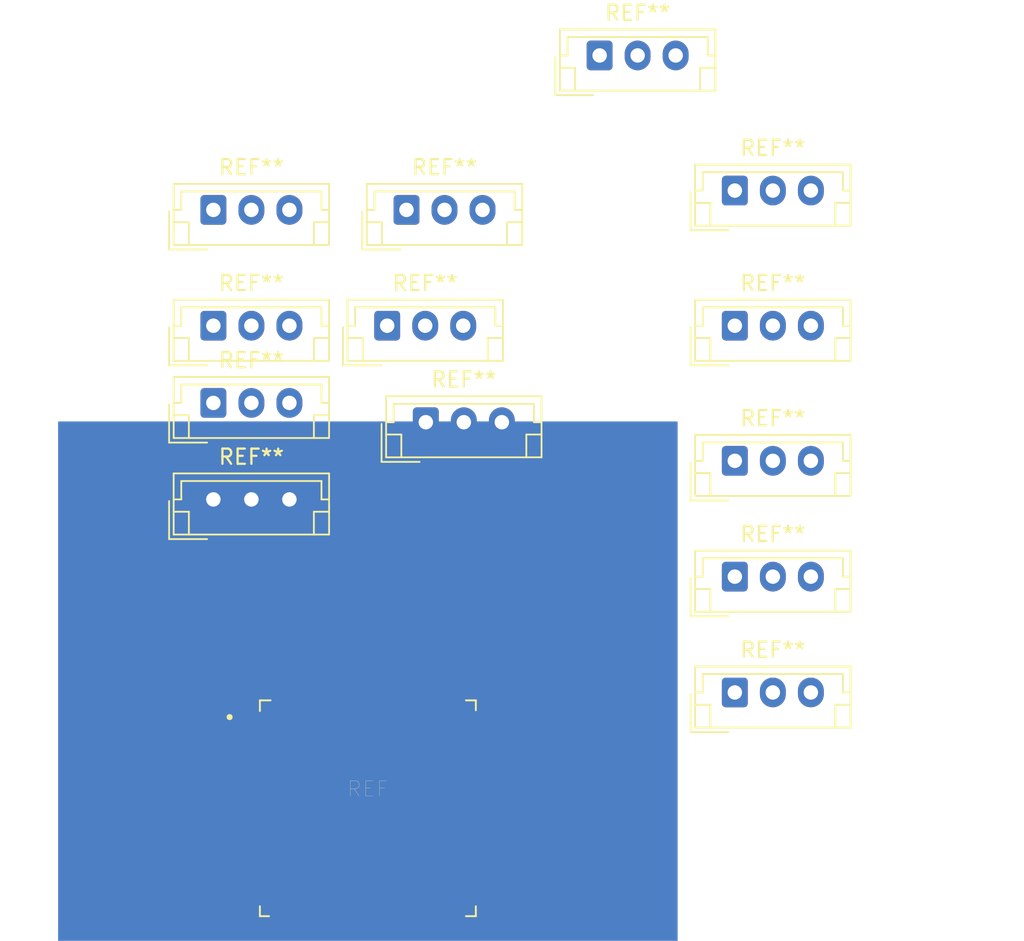
<source format=kicad_pcb>
(kicad_pcb (version 20171130) (host pcbnew "(5.1.5-0)")

  (general
    (thickness 1.6)
    (drawings 1)
    (tracks 0)
    (zones 0)
    (modules 14)
    (nets 1)
  )

  (page A4)
  (layers
    (0 F.Cu signal)
    (31 B.Cu signal hide)
    (32 B.Adhes user)
    (33 F.Adhes user)
    (34 B.Paste user)
    (35 F.Paste user)
    (36 B.SilkS user)
    (37 F.SilkS user)
    (38 B.Mask user)
    (39 F.Mask user)
    (40 Dwgs.User user)
    (41 Cmts.User user)
    (42 Eco1.User user)
    (43 Eco2.User user)
    (44 Edge.Cuts user)
    (45 Margin user)
    (46 B.CrtYd user)
    (47 F.CrtYd user)
    (48 B.Fab user)
    (49 F.Fab user)
  )

  (setup
    (last_trace_width 0.25)
    (trace_clearance 0.2)
    (zone_clearance 0.508)
    (zone_45_only no)
    (trace_min 0.2)
    (via_size 0.8)
    (via_drill 0.4)
    (via_min_size 0.4)
    (via_min_drill 0.3)
    (uvia_size 0.3)
    (uvia_drill 0.1)
    (uvias_allowed no)
    (uvia_min_size 0.2)
    (uvia_min_drill 0.1)
    (edge_width 0.05)
    (segment_width 0.2)
    (pcb_text_width 0.3)
    (pcb_text_size 1.5 1.5)
    (mod_edge_width 0.12)
    (mod_text_size 1 1)
    (mod_text_width 0.15)
    (pad_size 1.524 1.524)
    (pad_drill 0.762)
    (pad_to_mask_clearance 0.051)
    (solder_mask_min_width 0.25)
    (aux_axis_origin 0 0)
    (visible_elements FFFFFF7F)
    (pcbplotparams
      (layerselection 0x010fc_ffffffff)
      (usegerberextensions false)
      (usegerberattributes false)
      (usegerberadvancedattributes false)
      (creategerberjobfile false)
      (excludeedgelayer true)
      (linewidth 0.100000)
      (plotframeref false)
      (viasonmask false)
      (mode 1)
      (useauxorigin false)
      (hpglpennumber 1)
      (hpglpenspeed 20)
      (hpglpendiameter 15.000000)
      (psnegative false)
      (psa4output false)
      (plotreference true)
      (plotvalue true)
      (plotinvisibletext false)
      (padsonsilk false)
      (subtractmaskfromsilk false)
      (outputformat 1)
      (mirror false)
      (drillshape 1)
      (scaleselection 1)
      (outputdirectory ""))
  )

  (net 0 "")

  (net_class Default "This is the default net class."
    (clearance 0.2)
    (trace_width 0.25)
    (via_dia 0.8)
    (via_drill 0.4)
    (uvia_dia 0.3)
    (uvia_drill 0.1)
  )

  (module Connector_JST:JST_EH_B3B-EH-A_1x03_P2.50mm_Vertical (layer F.Cu) (tedit 5C28142C) (tstamp 5E3B1F81)
    (at 176.53 48.26)
    (descr "JST EH series connector, B3B-EH-A (http://www.jst-mfg.com/product/pdf/eng/eEH.pdf), generated with kicad-footprint-generator")
    (tags "connector JST EH vertical")
    (fp_text reference REF** (at 2.5 -2.8) (layer F.SilkS)
      (effects (font (size 1 1) (thickness 0.15)))
    )
    (fp_text value JST_EH_B3B-EH-A_1x03_P2.50mm_Vertical (at 2.5 3.4) (layer F.Fab)
      (effects (font (size 1 1) (thickness 0.15)))
    )
    (fp_text user %R (at 2.5 1.5) (layer F.Fab)
      (effects (font (size 1 1) (thickness 0.15)))
    )
    (fp_line (start -2.91 2.61) (end -0.41 2.61) (layer F.Fab) (width 0.1))
    (fp_line (start -2.91 0.11) (end -2.91 2.61) (layer F.Fab) (width 0.1))
    (fp_line (start -2.91 2.61) (end -0.41 2.61) (layer F.SilkS) (width 0.12))
    (fp_line (start -2.91 0.11) (end -2.91 2.61) (layer F.SilkS) (width 0.12))
    (fp_line (start 6.61 0.81) (end 6.61 2.31) (layer F.SilkS) (width 0.12))
    (fp_line (start 7.61 0.81) (end 6.61 0.81) (layer F.SilkS) (width 0.12))
    (fp_line (start -1.61 0.81) (end -1.61 2.31) (layer F.SilkS) (width 0.12))
    (fp_line (start -2.61 0.81) (end -1.61 0.81) (layer F.SilkS) (width 0.12))
    (fp_line (start 7.11 0) (end 7.61 0) (layer F.SilkS) (width 0.12))
    (fp_line (start 7.11 -1.21) (end 7.11 0) (layer F.SilkS) (width 0.12))
    (fp_line (start -2.11 -1.21) (end 7.11 -1.21) (layer F.SilkS) (width 0.12))
    (fp_line (start -2.11 0) (end -2.11 -1.21) (layer F.SilkS) (width 0.12))
    (fp_line (start -2.61 0) (end -2.11 0) (layer F.SilkS) (width 0.12))
    (fp_line (start 7.61 -1.71) (end -2.61 -1.71) (layer F.SilkS) (width 0.12))
    (fp_line (start 7.61 2.31) (end 7.61 -1.71) (layer F.SilkS) (width 0.12))
    (fp_line (start -2.61 2.31) (end 7.61 2.31) (layer F.SilkS) (width 0.12))
    (fp_line (start -2.61 -1.71) (end -2.61 2.31) (layer F.SilkS) (width 0.12))
    (fp_line (start 8 -2.1) (end -3 -2.1) (layer F.CrtYd) (width 0.05))
    (fp_line (start 8 2.7) (end 8 -2.1) (layer F.CrtYd) (width 0.05))
    (fp_line (start -3 2.7) (end 8 2.7) (layer F.CrtYd) (width 0.05))
    (fp_line (start -3 -2.1) (end -3 2.7) (layer F.CrtYd) (width 0.05))
    (fp_line (start 7.5 -1.6) (end -2.5 -1.6) (layer F.Fab) (width 0.1))
    (fp_line (start 7.5 2.2) (end 7.5 -1.6) (layer F.Fab) (width 0.1))
    (fp_line (start -2.5 2.2) (end 7.5 2.2) (layer F.Fab) (width 0.1))
    (fp_line (start -2.5 -1.6) (end -2.5 2.2) (layer F.Fab) (width 0.1))
    (pad 3 thru_hole oval (at 5 0) (size 1.7 1.95) (drill 0.95) (layers *.Cu *.Mask))
    (pad 2 thru_hole oval (at 2.5 0) (size 1.7 1.95) (drill 0.95) (layers *.Cu *.Mask))
    (pad 1 thru_hole roundrect (at 0 0) (size 1.7 1.95) (drill 0.95) (layers *.Cu *.Mask) (roundrect_rratio 0.147059))
    (model ${KISYS3DMOD}/Connector_JST.3dshapes/JST_EH_B3B-EH-A_1x03_P2.50mm_Vertical.wrl
      (at (xyz 0 0 0))
      (scale (xyz 1 1 1))
      (rotate (xyz 0 0 0))
    )
  )

  (module Connector_JST:JST_EH_B3B-EH-A_1x03_P2.50mm_Vertical (layer F.Cu) (tedit 5C28142C) (tstamp 5E3B1EE0)
    (at 176.53 57.15)
    (descr "JST EH series connector, B3B-EH-A (http://www.jst-mfg.com/product/pdf/eng/eEH.pdf), generated with kicad-footprint-generator")
    (tags "connector JST EH vertical")
    (fp_text reference REF** (at 2.5 -2.8) (layer F.SilkS)
      (effects (font (size 1 1) (thickness 0.15)))
    )
    (fp_text value JST_EH_B3B-EH-A_1x03_P2.50mm_Vertical (at 2.5 3.4) (layer F.Fab)
      (effects (font (size 1 1) (thickness 0.15)))
    )
    (fp_text user %R (at 2.5 1.5) (layer F.Fab)
      (effects (font (size 1 1) (thickness 0.15)))
    )
    (fp_line (start -2.91 2.61) (end -0.41 2.61) (layer F.Fab) (width 0.1))
    (fp_line (start -2.91 0.11) (end -2.91 2.61) (layer F.Fab) (width 0.1))
    (fp_line (start -2.91 2.61) (end -0.41 2.61) (layer F.SilkS) (width 0.12))
    (fp_line (start -2.91 0.11) (end -2.91 2.61) (layer F.SilkS) (width 0.12))
    (fp_line (start 6.61 0.81) (end 6.61 2.31) (layer F.SilkS) (width 0.12))
    (fp_line (start 7.61 0.81) (end 6.61 0.81) (layer F.SilkS) (width 0.12))
    (fp_line (start -1.61 0.81) (end -1.61 2.31) (layer F.SilkS) (width 0.12))
    (fp_line (start -2.61 0.81) (end -1.61 0.81) (layer F.SilkS) (width 0.12))
    (fp_line (start 7.11 0) (end 7.61 0) (layer F.SilkS) (width 0.12))
    (fp_line (start 7.11 -1.21) (end 7.11 0) (layer F.SilkS) (width 0.12))
    (fp_line (start -2.11 -1.21) (end 7.11 -1.21) (layer F.SilkS) (width 0.12))
    (fp_line (start -2.11 0) (end -2.11 -1.21) (layer F.SilkS) (width 0.12))
    (fp_line (start -2.61 0) (end -2.11 0) (layer F.SilkS) (width 0.12))
    (fp_line (start 7.61 -1.71) (end -2.61 -1.71) (layer F.SilkS) (width 0.12))
    (fp_line (start 7.61 2.31) (end 7.61 -1.71) (layer F.SilkS) (width 0.12))
    (fp_line (start -2.61 2.31) (end 7.61 2.31) (layer F.SilkS) (width 0.12))
    (fp_line (start -2.61 -1.71) (end -2.61 2.31) (layer F.SilkS) (width 0.12))
    (fp_line (start 8 -2.1) (end -3 -2.1) (layer F.CrtYd) (width 0.05))
    (fp_line (start 8 2.7) (end 8 -2.1) (layer F.CrtYd) (width 0.05))
    (fp_line (start -3 2.7) (end 8 2.7) (layer F.CrtYd) (width 0.05))
    (fp_line (start -3 -2.1) (end -3 2.7) (layer F.CrtYd) (width 0.05))
    (fp_line (start 7.5 -1.6) (end -2.5 -1.6) (layer F.Fab) (width 0.1))
    (fp_line (start 7.5 2.2) (end 7.5 -1.6) (layer F.Fab) (width 0.1))
    (fp_line (start -2.5 2.2) (end 7.5 2.2) (layer F.Fab) (width 0.1))
    (fp_line (start -2.5 -1.6) (end -2.5 2.2) (layer F.Fab) (width 0.1))
    (pad 3 thru_hole oval (at 5 0) (size 1.7 1.95) (drill 0.95) (layers *.Cu *.Mask))
    (pad 2 thru_hole oval (at 2.5 0) (size 1.7 1.95) (drill 0.95) (layers *.Cu *.Mask))
    (pad 1 thru_hole roundrect (at 0 0) (size 1.7 1.95) (drill 0.95) (layers *.Cu *.Mask) (roundrect_rratio 0.147059))
    (model ${KISYS3DMOD}/Connector_JST.3dshapes/JST_EH_B3B-EH-A_1x03_P2.50mm_Vertical.wrl
      (at (xyz 0 0 0))
      (scale (xyz 1 1 1))
      (rotate (xyz 0 0 0))
    )
  )

  (module Connector_JST:JST_EH_B3B-EH-A_1x03_P2.50mm_Vertical (layer F.Cu) (tedit 5C28142C) (tstamp 5E3B1E3F)
    (at 176.53 66.04)
    (descr "JST EH series connector, B3B-EH-A (http://www.jst-mfg.com/product/pdf/eng/eEH.pdf), generated with kicad-footprint-generator")
    (tags "connector JST EH vertical")
    (fp_text reference REF** (at 2.5 -2.8) (layer F.SilkS)
      (effects (font (size 1 1) (thickness 0.15)))
    )
    (fp_text value JST_EH_B3B-EH-A_1x03_P2.50mm_Vertical (at 2.5 3.4) (layer F.Fab)
      (effects (font (size 1 1) (thickness 0.15)))
    )
    (fp_text user %R (at 2.5 1.5) (layer F.Fab)
      (effects (font (size 1 1) (thickness 0.15)))
    )
    (fp_line (start -2.91 2.61) (end -0.41 2.61) (layer F.Fab) (width 0.1))
    (fp_line (start -2.91 0.11) (end -2.91 2.61) (layer F.Fab) (width 0.1))
    (fp_line (start -2.91 2.61) (end -0.41 2.61) (layer F.SilkS) (width 0.12))
    (fp_line (start -2.91 0.11) (end -2.91 2.61) (layer F.SilkS) (width 0.12))
    (fp_line (start 6.61 0.81) (end 6.61 2.31) (layer F.SilkS) (width 0.12))
    (fp_line (start 7.61 0.81) (end 6.61 0.81) (layer F.SilkS) (width 0.12))
    (fp_line (start -1.61 0.81) (end -1.61 2.31) (layer F.SilkS) (width 0.12))
    (fp_line (start -2.61 0.81) (end -1.61 0.81) (layer F.SilkS) (width 0.12))
    (fp_line (start 7.11 0) (end 7.61 0) (layer F.SilkS) (width 0.12))
    (fp_line (start 7.11 -1.21) (end 7.11 0) (layer F.SilkS) (width 0.12))
    (fp_line (start -2.11 -1.21) (end 7.11 -1.21) (layer F.SilkS) (width 0.12))
    (fp_line (start -2.11 0) (end -2.11 -1.21) (layer F.SilkS) (width 0.12))
    (fp_line (start -2.61 0) (end -2.11 0) (layer F.SilkS) (width 0.12))
    (fp_line (start 7.61 -1.71) (end -2.61 -1.71) (layer F.SilkS) (width 0.12))
    (fp_line (start 7.61 2.31) (end 7.61 -1.71) (layer F.SilkS) (width 0.12))
    (fp_line (start -2.61 2.31) (end 7.61 2.31) (layer F.SilkS) (width 0.12))
    (fp_line (start -2.61 -1.71) (end -2.61 2.31) (layer F.SilkS) (width 0.12))
    (fp_line (start 8 -2.1) (end -3 -2.1) (layer F.CrtYd) (width 0.05))
    (fp_line (start 8 2.7) (end 8 -2.1) (layer F.CrtYd) (width 0.05))
    (fp_line (start -3 2.7) (end 8 2.7) (layer F.CrtYd) (width 0.05))
    (fp_line (start -3 -2.1) (end -3 2.7) (layer F.CrtYd) (width 0.05))
    (fp_line (start 7.5 -1.6) (end -2.5 -1.6) (layer F.Fab) (width 0.1))
    (fp_line (start 7.5 2.2) (end 7.5 -1.6) (layer F.Fab) (width 0.1))
    (fp_line (start -2.5 2.2) (end 7.5 2.2) (layer F.Fab) (width 0.1))
    (fp_line (start -2.5 -1.6) (end -2.5 2.2) (layer F.Fab) (width 0.1))
    (pad 3 thru_hole oval (at 5 0) (size 1.7 1.95) (drill 0.95) (layers *.Cu *.Mask))
    (pad 2 thru_hole oval (at 2.5 0) (size 1.7 1.95) (drill 0.95) (layers *.Cu *.Mask))
    (pad 1 thru_hole roundrect (at 0 0) (size 1.7 1.95) (drill 0.95) (layers *.Cu *.Mask) (roundrect_rratio 0.147059))
    (model ${KISYS3DMOD}/Connector_JST.3dshapes/JST_EH_B3B-EH-A_1x03_P2.50mm_Vertical.wrl
      (at (xyz 0 0 0))
      (scale (xyz 1 1 1))
      (rotate (xyz 0 0 0))
    )
  )

  (module Connector_JST:JST_EH_B3B-EH-A_1x03_P2.50mm_Vertical (layer F.Cu) (tedit 5C28142C) (tstamp 5E3B1D9E)
    (at 176.53 81.28)
    (descr "JST EH series connector, B3B-EH-A (http://www.jst-mfg.com/product/pdf/eng/eEH.pdf), generated with kicad-footprint-generator")
    (tags "connector JST EH vertical")
    (fp_text reference REF** (at 2.5 -2.8) (layer F.SilkS)
      (effects (font (size 1 1) (thickness 0.15)))
    )
    (fp_text value JST_EH_B3B-EH-A_1x03_P2.50mm_Vertical (at 2.5 3.4) (layer F.Fab)
      (effects (font (size 1 1) (thickness 0.15)))
    )
    (fp_text user %R (at 2.5 1.5) (layer F.Fab)
      (effects (font (size 1 1) (thickness 0.15)))
    )
    (fp_line (start -2.91 2.61) (end -0.41 2.61) (layer F.Fab) (width 0.1))
    (fp_line (start -2.91 0.11) (end -2.91 2.61) (layer F.Fab) (width 0.1))
    (fp_line (start -2.91 2.61) (end -0.41 2.61) (layer F.SilkS) (width 0.12))
    (fp_line (start -2.91 0.11) (end -2.91 2.61) (layer F.SilkS) (width 0.12))
    (fp_line (start 6.61 0.81) (end 6.61 2.31) (layer F.SilkS) (width 0.12))
    (fp_line (start 7.61 0.81) (end 6.61 0.81) (layer F.SilkS) (width 0.12))
    (fp_line (start -1.61 0.81) (end -1.61 2.31) (layer F.SilkS) (width 0.12))
    (fp_line (start -2.61 0.81) (end -1.61 0.81) (layer F.SilkS) (width 0.12))
    (fp_line (start 7.11 0) (end 7.61 0) (layer F.SilkS) (width 0.12))
    (fp_line (start 7.11 -1.21) (end 7.11 0) (layer F.SilkS) (width 0.12))
    (fp_line (start -2.11 -1.21) (end 7.11 -1.21) (layer F.SilkS) (width 0.12))
    (fp_line (start -2.11 0) (end -2.11 -1.21) (layer F.SilkS) (width 0.12))
    (fp_line (start -2.61 0) (end -2.11 0) (layer F.SilkS) (width 0.12))
    (fp_line (start 7.61 -1.71) (end -2.61 -1.71) (layer F.SilkS) (width 0.12))
    (fp_line (start 7.61 2.31) (end 7.61 -1.71) (layer F.SilkS) (width 0.12))
    (fp_line (start -2.61 2.31) (end 7.61 2.31) (layer F.SilkS) (width 0.12))
    (fp_line (start -2.61 -1.71) (end -2.61 2.31) (layer F.SilkS) (width 0.12))
    (fp_line (start 8 -2.1) (end -3 -2.1) (layer F.CrtYd) (width 0.05))
    (fp_line (start 8 2.7) (end 8 -2.1) (layer F.CrtYd) (width 0.05))
    (fp_line (start -3 2.7) (end 8 2.7) (layer F.CrtYd) (width 0.05))
    (fp_line (start -3 -2.1) (end -3 2.7) (layer F.CrtYd) (width 0.05))
    (fp_line (start 7.5 -1.6) (end -2.5 -1.6) (layer F.Fab) (width 0.1))
    (fp_line (start 7.5 2.2) (end 7.5 -1.6) (layer F.Fab) (width 0.1))
    (fp_line (start -2.5 2.2) (end 7.5 2.2) (layer F.Fab) (width 0.1))
    (fp_line (start -2.5 -1.6) (end -2.5 2.2) (layer F.Fab) (width 0.1))
    (pad 3 thru_hole oval (at 5 0) (size 1.7 1.95) (drill 0.95) (layers *.Cu *.Mask))
    (pad 2 thru_hole oval (at 2.5 0) (size 1.7 1.95) (drill 0.95) (layers *.Cu *.Mask))
    (pad 1 thru_hole roundrect (at 0 0) (size 1.7 1.95) (drill 0.95) (layers *.Cu *.Mask) (roundrect_rratio 0.147059))
    (model ${KISYS3DMOD}/Connector_JST.3dshapes/JST_EH_B3B-EH-A_1x03_P2.50mm_Vertical.wrl
      (at (xyz 0 0 0))
      (scale (xyz 1 1 1))
      (rotate (xyz 0 0 0))
    )
  )

  (module Connector_JST:JST_EH_B3B-EH-A_1x03_P2.50mm_Vertical (layer F.Cu) (tedit 5C28142C) (tstamp 5E3B1CFD)
    (at 176.53 73.66)
    (descr "JST EH series connector, B3B-EH-A (http://www.jst-mfg.com/product/pdf/eng/eEH.pdf), generated with kicad-footprint-generator")
    (tags "connector JST EH vertical")
    (fp_text reference REF** (at 2.5 -2.8) (layer F.SilkS)
      (effects (font (size 1 1) (thickness 0.15)))
    )
    (fp_text value JST_EH_B3B-EH-A_1x03_P2.50mm_Vertical (at 2.5 3.4) (layer F.Fab)
      (effects (font (size 1 1) (thickness 0.15)))
    )
    (fp_text user %R (at 2.5 1.5) (layer F.Fab)
      (effects (font (size 1 1) (thickness 0.15)))
    )
    (fp_line (start -2.91 2.61) (end -0.41 2.61) (layer F.Fab) (width 0.1))
    (fp_line (start -2.91 0.11) (end -2.91 2.61) (layer F.Fab) (width 0.1))
    (fp_line (start -2.91 2.61) (end -0.41 2.61) (layer F.SilkS) (width 0.12))
    (fp_line (start -2.91 0.11) (end -2.91 2.61) (layer F.SilkS) (width 0.12))
    (fp_line (start 6.61 0.81) (end 6.61 2.31) (layer F.SilkS) (width 0.12))
    (fp_line (start 7.61 0.81) (end 6.61 0.81) (layer F.SilkS) (width 0.12))
    (fp_line (start -1.61 0.81) (end -1.61 2.31) (layer F.SilkS) (width 0.12))
    (fp_line (start -2.61 0.81) (end -1.61 0.81) (layer F.SilkS) (width 0.12))
    (fp_line (start 7.11 0) (end 7.61 0) (layer F.SilkS) (width 0.12))
    (fp_line (start 7.11 -1.21) (end 7.11 0) (layer F.SilkS) (width 0.12))
    (fp_line (start -2.11 -1.21) (end 7.11 -1.21) (layer F.SilkS) (width 0.12))
    (fp_line (start -2.11 0) (end -2.11 -1.21) (layer F.SilkS) (width 0.12))
    (fp_line (start -2.61 0) (end -2.11 0) (layer F.SilkS) (width 0.12))
    (fp_line (start 7.61 -1.71) (end -2.61 -1.71) (layer F.SilkS) (width 0.12))
    (fp_line (start 7.61 2.31) (end 7.61 -1.71) (layer F.SilkS) (width 0.12))
    (fp_line (start -2.61 2.31) (end 7.61 2.31) (layer F.SilkS) (width 0.12))
    (fp_line (start -2.61 -1.71) (end -2.61 2.31) (layer F.SilkS) (width 0.12))
    (fp_line (start 8 -2.1) (end -3 -2.1) (layer F.CrtYd) (width 0.05))
    (fp_line (start 8 2.7) (end 8 -2.1) (layer F.CrtYd) (width 0.05))
    (fp_line (start -3 2.7) (end 8 2.7) (layer F.CrtYd) (width 0.05))
    (fp_line (start -3 -2.1) (end -3 2.7) (layer F.CrtYd) (width 0.05))
    (fp_line (start 7.5 -1.6) (end -2.5 -1.6) (layer F.Fab) (width 0.1))
    (fp_line (start 7.5 2.2) (end 7.5 -1.6) (layer F.Fab) (width 0.1))
    (fp_line (start -2.5 2.2) (end 7.5 2.2) (layer F.Fab) (width 0.1))
    (fp_line (start -2.5 -1.6) (end -2.5 2.2) (layer F.Fab) (width 0.1))
    (pad 3 thru_hole oval (at 5 0) (size 1.7 1.95) (drill 0.95) (layers *.Cu *.Mask))
    (pad 2 thru_hole oval (at 2.5 0) (size 1.7 1.95) (drill 0.95) (layers *.Cu *.Mask))
    (pad 1 thru_hole roundrect (at 0 0) (size 1.7 1.95) (drill 0.95) (layers *.Cu *.Mask) (roundrect_rratio 0.147059))
    (model ${KISYS3DMOD}/Connector_JST.3dshapes/JST_EH_B3B-EH-A_1x03_P2.50mm_Vertical.wrl
      (at (xyz 0 0 0))
      (scale (xyz 1 1 1))
      (rotate (xyz 0 0 0))
    )
  )

  (module Connector_JST:JST_EH_B3B-EH-A_1x03_P2.50mm_Vertical (layer F.Cu) (tedit 5C28142C) (tstamp 5E3B1C5D)
    (at 167.64 39.37)
    (descr "JST EH series connector, B3B-EH-A (http://www.jst-mfg.com/product/pdf/eng/eEH.pdf), generated with kicad-footprint-generator")
    (tags "connector JST EH vertical")
    (fp_text reference REF** (at 2.5 -2.8) (layer F.SilkS)
      (effects (font (size 1 1) (thickness 0.15)))
    )
    (fp_text value JST_EH_B3B-EH-A_1x03_P2.50mm_Vertical (at 2.5 3.4) (layer F.Fab)
      (effects (font (size 1 1) (thickness 0.15)))
    )
    (fp_text user %R (at 2.5 1.5) (layer F.Fab)
      (effects (font (size 1 1) (thickness 0.15)))
    )
    (fp_line (start -2.91 2.61) (end -0.41 2.61) (layer F.Fab) (width 0.1))
    (fp_line (start -2.91 0.11) (end -2.91 2.61) (layer F.Fab) (width 0.1))
    (fp_line (start -2.91 2.61) (end -0.41 2.61) (layer F.SilkS) (width 0.12))
    (fp_line (start -2.91 0.11) (end -2.91 2.61) (layer F.SilkS) (width 0.12))
    (fp_line (start 6.61 0.81) (end 6.61 2.31) (layer F.SilkS) (width 0.12))
    (fp_line (start 7.61 0.81) (end 6.61 0.81) (layer F.SilkS) (width 0.12))
    (fp_line (start -1.61 0.81) (end -1.61 2.31) (layer F.SilkS) (width 0.12))
    (fp_line (start -2.61 0.81) (end -1.61 0.81) (layer F.SilkS) (width 0.12))
    (fp_line (start 7.11 0) (end 7.61 0) (layer F.SilkS) (width 0.12))
    (fp_line (start 7.11 -1.21) (end 7.11 0) (layer F.SilkS) (width 0.12))
    (fp_line (start -2.11 -1.21) (end 7.11 -1.21) (layer F.SilkS) (width 0.12))
    (fp_line (start -2.11 0) (end -2.11 -1.21) (layer F.SilkS) (width 0.12))
    (fp_line (start -2.61 0) (end -2.11 0) (layer F.SilkS) (width 0.12))
    (fp_line (start 7.61 -1.71) (end -2.61 -1.71) (layer F.SilkS) (width 0.12))
    (fp_line (start 7.61 2.31) (end 7.61 -1.71) (layer F.SilkS) (width 0.12))
    (fp_line (start -2.61 2.31) (end 7.61 2.31) (layer F.SilkS) (width 0.12))
    (fp_line (start -2.61 -1.71) (end -2.61 2.31) (layer F.SilkS) (width 0.12))
    (fp_line (start 8 -2.1) (end -3 -2.1) (layer F.CrtYd) (width 0.05))
    (fp_line (start 8 2.7) (end 8 -2.1) (layer F.CrtYd) (width 0.05))
    (fp_line (start -3 2.7) (end 8 2.7) (layer F.CrtYd) (width 0.05))
    (fp_line (start -3 -2.1) (end -3 2.7) (layer F.CrtYd) (width 0.05))
    (fp_line (start 7.5 -1.6) (end -2.5 -1.6) (layer F.Fab) (width 0.1))
    (fp_line (start 7.5 2.2) (end 7.5 -1.6) (layer F.Fab) (width 0.1))
    (fp_line (start -2.5 2.2) (end 7.5 2.2) (layer F.Fab) (width 0.1))
    (fp_line (start -2.5 -1.6) (end -2.5 2.2) (layer F.Fab) (width 0.1))
    (pad 3 thru_hole oval (at 5 0) (size 1.7 1.95) (drill 0.95) (layers *.Cu *.Mask))
    (pad 2 thru_hole oval (at 2.5 0) (size 1.7 1.95) (drill 0.95) (layers *.Cu *.Mask))
    (pad 1 thru_hole roundrect (at 0 0) (size 1.7 1.95) (drill 0.95) (layers *.Cu *.Mask) (roundrect_rratio 0.147059))
    (model ${KISYS3DMOD}/Connector_JST.3dshapes/JST_EH_B3B-EH-A_1x03_P2.50mm_Vertical.wrl
      (at (xyz 0 0 0))
      (scale (xyz 1 1 1))
      (rotate (xyz 0 0 0))
    )
  )

  (module Connector_JST:JST_EH_B3B-EH-A_1x03_P2.50mm_Vertical (layer F.Cu) (tedit 5C28142C) (tstamp 5E3B1BBC)
    (at 156.21 63.5)
    (descr "JST EH series connector, B3B-EH-A (http://www.jst-mfg.com/product/pdf/eng/eEH.pdf), generated with kicad-footprint-generator")
    (tags "connector JST EH vertical")
    (fp_text reference REF** (at 2.5 -2.8) (layer F.SilkS)
      (effects (font (size 1 1) (thickness 0.15)))
    )
    (fp_text value JST_EH_B3B-EH-A_1x03_P2.50mm_Vertical (at 2.5 3.4) (layer F.Fab)
      (effects (font (size 1 1) (thickness 0.15)))
    )
    (fp_text user %R (at 2.5 1.5) (layer F.Fab)
      (effects (font (size 1 1) (thickness 0.15)))
    )
    (fp_line (start -2.91 2.61) (end -0.41 2.61) (layer F.Fab) (width 0.1))
    (fp_line (start -2.91 0.11) (end -2.91 2.61) (layer F.Fab) (width 0.1))
    (fp_line (start -2.91 2.61) (end -0.41 2.61) (layer F.SilkS) (width 0.12))
    (fp_line (start -2.91 0.11) (end -2.91 2.61) (layer F.SilkS) (width 0.12))
    (fp_line (start 6.61 0.81) (end 6.61 2.31) (layer F.SilkS) (width 0.12))
    (fp_line (start 7.61 0.81) (end 6.61 0.81) (layer F.SilkS) (width 0.12))
    (fp_line (start -1.61 0.81) (end -1.61 2.31) (layer F.SilkS) (width 0.12))
    (fp_line (start -2.61 0.81) (end -1.61 0.81) (layer F.SilkS) (width 0.12))
    (fp_line (start 7.11 0) (end 7.61 0) (layer F.SilkS) (width 0.12))
    (fp_line (start 7.11 -1.21) (end 7.11 0) (layer F.SilkS) (width 0.12))
    (fp_line (start -2.11 -1.21) (end 7.11 -1.21) (layer F.SilkS) (width 0.12))
    (fp_line (start -2.11 0) (end -2.11 -1.21) (layer F.SilkS) (width 0.12))
    (fp_line (start -2.61 0) (end -2.11 0) (layer F.SilkS) (width 0.12))
    (fp_line (start 7.61 -1.71) (end -2.61 -1.71) (layer F.SilkS) (width 0.12))
    (fp_line (start 7.61 2.31) (end 7.61 -1.71) (layer F.SilkS) (width 0.12))
    (fp_line (start -2.61 2.31) (end 7.61 2.31) (layer F.SilkS) (width 0.12))
    (fp_line (start -2.61 -1.71) (end -2.61 2.31) (layer F.SilkS) (width 0.12))
    (fp_line (start 8 -2.1) (end -3 -2.1) (layer F.CrtYd) (width 0.05))
    (fp_line (start 8 2.7) (end 8 -2.1) (layer F.CrtYd) (width 0.05))
    (fp_line (start -3 2.7) (end 8 2.7) (layer F.CrtYd) (width 0.05))
    (fp_line (start -3 -2.1) (end -3 2.7) (layer F.CrtYd) (width 0.05))
    (fp_line (start 7.5 -1.6) (end -2.5 -1.6) (layer F.Fab) (width 0.1))
    (fp_line (start 7.5 2.2) (end 7.5 -1.6) (layer F.Fab) (width 0.1))
    (fp_line (start -2.5 2.2) (end 7.5 2.2) (layer F.Fab) (width 0.1))
    (fp_line (start -2.5 -1.6) (end -2.5 2.2) (layer F.Fab) (width 0.1))
    (pad 3 thru_hole oval (at 5 0) (size 1.7 1.95) (drill 0.95) (layers *.Cu *.Mask))
    (pad 2 thru_hole oval (at 2.5 0) (size 1.7 1.95) (drill 0.95) (layers *.Cu *.Mask))
    (pad 1 thru_hole roundrect (at 0 0) (size 1.7 1.95) (drill 0.95) (layers *.Cu *.Mask) (roundrect_rratio 0.147059))
    (model ${KISYS3DMOD}/Connector_JST.3dshapes/JST_EH_B3B-EH-A_1x03_P2.50mm_Vertical.wrl
      (at (xyz 0 0 0))
      (scale (xyz 1 1 1))
      (rotate (xyz 0 0 0))
    )
  )

  (module Connector_JST:JST_EH_B3B-EH-A_1x03_P2.50mm_Vertical (layer F.Cu) (tedit 5C28142C) (tstamp 5E3B1B1B)
    (at 154.94 49.53)
    (descr "JST EH series connector, B3B-EH-A (http://www.jst-mfg.com/product/pdf/eng/eEH.pdf), generated with kicad-footprint-generator")
    (tags "connector JST EH vertical")
    (fp_text reference REF** (at 2.5 -2.8) (layer F.SilkS)
      (effects (font (size 1 1) (thickness 0.15)))
    )
    (fp_text value JST_EH_B3B-EH-A_1x03_P2.50mm_Vertical (at 2.5 3.4) (layer F.Fab)
      (effects (font (size 1 1) (thickness 0.15)))
    )
    (fp_text user %R (at 2.5 1.5) (layer F.Fab)
      (effects (font (size 1 1) (thickness 0.15)))
    )
    (fp_line (start -2.91 2.61) (end -0.41 2.61) (layer F.Fab) (width 0.1))
    (fp_line (start -2.91 0.11) (end -2.91 2.61) (layer F.Fab) (width 0.1))
    (fp_line (start -2.91 2.61) (end -0.41 2.61) (layer F.SilkS) (width 0.12))
    (fp_line (start -2.91 0.11) (end -2.91 2.61) (layer F.SilkS) (width 0.12))
    (fp_line (start 6.61 0.81) (end 6.61 2.31) (layer F.SilkS) (width 0.12))
    (fp_line (start 7.61 0.81) (end 6.61 0.81) (layer F.SilkS) (width 0.12))
    (fp_line (start -1.61 0.81) (end -1.61 2.31) (layer F.SilkS) (width 0.12))
    (fp_line (start -2.61 0.81) (end -1.61 0.81) (layer F.SilkS) (width 0.12))
    (fp_line (start 7.11 0) (end 7.61 0) (layer F.SilkS) (width 0.12))
    (fp_line (start 7.11 -1.21) (end 7.11 0) (layer F.SilkS) (width 0.12))
    (fp_line (start -2.11 -1.21) (end 7.11 -1.21) (layer F.SilkS) (width 0.12))
    (fp_line (start -2.11 0) (end -2.11 -1.21) (layer F.SilkS) (width 0.12))
    (fp_line (start -2.61 0) (end -2.11 0) (layer F.SilkS) (width 0.12))
    (fp_line (start 7.61 -1.71) (end -2.61 -1.71) (layer F.SilkS) (width 0.12))
    (fp_line (start 7.61 2.31) (end 7.61 -1.71) (layer F.SilkS) (width 0.12))
    (fp_line (start -2.61 2.31) (end 7.61 2.31) (layer F.SilkS) (width 0.12))
    (fp_line (start -2.61 -1.71) (end -2.61 2.31) (layer F.SilkS) (width 0.12))
    (fp_line (start 8 -2.1) (end -3 -2.1) (layer F.CrtYd) (width 0.05))
    (fp_line (start 8 2.7) (end 8 -2.1) (layer F.CrtYd) (width 0.05))
    (fp_line (start -3 2.7) (end 8 2.7) (layer F.CrtYd) (width 0.05))
    (fp_line (start -3 -2.1) (end -3 2.7) (layer F.CrtYd) (width 0.05))
    (fp_line (start 7.5 -1.6) (end -2.5 -1.6) (layer F.Fab) (width 0.1))
    (fp_line (start 7.5 2.2) (end 7.5 -1.6) (layer F.Fab) (width 0.1))
    (fp_line (start -2.5 2.2) (end 7.5 2.2) (layer F.Fab) (width 0.1))
    (fp_line (start -2.5 -1.6) (end -2.5 2.2) (layer F.Fab) (width 0.1))
    (pad 3 thru_hole oval (at 5 0) (size 1.7 1.95) (drill 0.95) (layers *.Cu *.Mask))
    (pad 2 thru_hole oval (at 2.5 0) (size 1.7 1.95) (drill 0.95) (layers *.Cu *.Mask))
    (pad 1 thru_hole roundrect (at 0 0) (size 1.7 1.95) (drill 0.95) (layers *.Cu *.Mask) (roundrect_rratio 0.147059))
    (model ${KISYS3DMOD}/Connector_JST.3dshapes/JST_EH_B3B-EH-A_1x03_P2.50mm_Vertical.wrl
      (at (xyz 0 0 0))
      (scale (xyz 1 1 1))
      (rotate (xyz 0 0 0))
    )
  )

  (module Connector_JST:JST_EH_B3B-EH-A_1x03_P2.50mm_Vertical (layer F.Cu) (tedit 5C28142C) (tstamp 5E3B1A7A)
    (at 142.24 49.53)
    (descr "JST EH series connector, B3B-EH-A (http://www.jst-mfg.com/product/pdf/eng/eEH.pdf), generated with kicad-footprint-generator")
    (tags "connector JST EH vertical")
    (fp_text reference REF** (at 2.5 -2.8) (layer F.SilkS)
      (effects (font (size 1 1) (thickness 0.15)))
    )
    (fp_text value JST_EH_B3B-EH-A_1x03_P2.50mm_Vertical (at 2.5 3.4) (layer F.Fab)
      (effects (font (size 1 1) (thickness 0.15)))
    )
    (fp_text user %R (at 2.5 1.5) (layer F.Fab)
      (effects (font (size 1 1) (thickness 0.15)))
    )
    (fp_line (start -2.91 2.61) (end -0.41 2.61) (layer F.Fab) (width 0.1))
    (fp_line (start -2.91 0.11) (end -2.91 2.61) (layer F.Fab) (width 0.1))
    (fp_line (start -2.91 2.61) (end -0.41 2.61) (layer F.SilkS) (width 0.12))
    (fp_line (start -2.91 0.11) (end -2.91 2.61) (layer F.SilkS) (width 0.12))
    (fp_line (start 6.61 0.81) (end 6.61 2.31) (layer F.SilkS) (width 0.12))
    (fp_line (start 7.61 0.81) (end 6.61 0.81) (layer F.SilkS) (width 0.12))
    (fp_line (start -1.61 0.81) (end -1.61 2.31) (layer F.SilkS) (width 0.12))
    (fp_line (start -2.61 0.81) (end -1.61 0.81) (layer F.SilkS) (width 0.12))
    (fp_line (start 7.11 0) (end 7.61 0) (layer F.SilkS) (width 0.12))
    (fp_line (start 7.11 -1.21) (end 7.11 0) (layer F.SilkS) (width 0.12))
    (fp_line (start -2.11 -1.21) (end 7.11 -1.21) (layer F.SilkS) (width 0.12))
    (fp_line (start -2.11 0) (end -2.11 -1.21) (layer F.SilkS) (width 0.12))
    (fp_line (start -2.61 0) (end -2.11 0) (layer F.SilkS) (width 0.12))
    (fp_line (start 7.61 -1.71) (end -2.61 -1.71) (layer F.SilkS) (width 0.12))
    (fp_line (start 7.61 2.31) (end 7.61 -1.71) (layer F.SilkS) (width 0.12))
    (fp_line (start -2.61 2.31) (end 7.61 2.31) (layer F.SilkS) (width 0.12))
    (fp_line (start -2.61 -1.71) (end -2.61 2.31) (layer F.SilkS) (width 0.12))
    (fp_line (start 8 -2.1) (end -3 -2.1) (layer F.CrtYd) (width 0.05))
    (fp_line (start 8 2.7) (end 8 -2.1) (layer F.CrtYd) (width 0.05))
    (fp_line (start -3 2.7) (end 8 2.7) (layer F.CrtYd) (width 0.05))
    (fp_line (start -3 -2.1) (end -3 2.7) (layer F.CrtYd) (width 0.05))
    (fp_line (start 7.5 -1.6) (end -2.5 -1.6) (layer F.Fab) (width 0.1))
    (fp_line (start 7.5 2.2) (end 7.5 -1.6) (layer F.Fab) (width 0.1))
    (fp_line (start -2.5 2.2) (end 7.5 2.2) (layer F.Fab) (width 0.1))
    (fp_line (start -2.5 -1.6) (end -2.5 2.2) (layer F.Fab) (width 0.1))
    (pad 3 thru_hole oval (at 5 0) (size 1.7 1.95) (drill 0.95) (layers *.Cu *.Mask))
    (pad 2 thru_hole oval (at 2.5 0) (size 1.7 1.95) (drill 0.95) (layers *.Cu *.Mask))
    (pad 1 thru_hole roundrect (at 0 0) (size 1.7 1.95) (drill 0.95) (layers *.Cu *.Mask) (roundrect_rratio 0.147059))
    (model ${KISYS3DMOD}/Connector_JST.3dshapes/JST_EH_B3B-EH-A_1x03_P2.50mm_Vertical.wrl
      (at (xyz 0 0 0))
      (scale (xyz 1 1 1))
      (rotate (xyz 0 0 0))
    )
  )

  (module Connector_JST:JST_EH_B3B-EH-A_1x03_P2.50mm_Vertical (layer F.Cu) (tedit 5C28142C) (tstamp 5E3B19D9)
    (at 142.24 68.58)
    (descr "JST EH series connector, B3B-EH-A (http://www.jst-mfg.com/product/pdf/eng/eEH.pdf), generated with kicad-footprint-generator")
    (tags "connector JST EH vertical")
    (fp_text reference REF** (at 2.5 -2.8) (layer F.SilkS)
      (effects (font (size 1 1) (thickness 0.15)))
    )
    (fp_text value JST_EH_B3B-EH-A_1x03_P2.50mm_Vertical (at 2.5 3.4) (layer F.Fab)
      (effects (font (size 1 1) (thickness 0.15)))
    )
    (fp_text user %R (at 2.5 1.5) (layer F.Fab)
      (effects (font (size 1 1) (thickness 0.15)))
    )
    (fp_line (start -2.91 2.61) (end -0.41 2.61) (layer F.Fab) (width 0.1))
    (fp_line (start -2.91 0.11) (end -2.91 2.61) (layer F.Fab) (width 0.1))
    (fp_line (start -2.91 2.61) (end -0.41 2.61) (layer F.SilkS) (width 0.12))
    (fp_line (start -2.91 0.11) (end -2.91 2.61) (layer F.SilkS) (width 0.12))
    (fp_line (start 6.61 0.81) (end 6.61 2.31) (layer F.SilkS) (width 0.12))
    (fp_line (start 7.61 0.81) (end 6.61 0.81) (layer F.SilkS) (width 0.12))
    (fp_line (start -1.61 0.81) (end -1.61 2.31) (layer F.SilkS) (width 0.12))
    (fp_line (start -2.61 0.81) (end -1.61 0.81) (layer F.SilkS) (width 0.12))
    (fp_line (start 7.11 0) (end 7.61 0) (layer F.SilkS) (width 0.12))
    (fp_line (start 7.11 -1.21) (end 7.11 0) (layer F.SilkS) (width 0.12))
    (fp_line (start -2.11 -1.21) (end 7.11 -1.21) (layer F.SilkS) (width 0.12))
    (fp_line (start -2.11 0) (end -2.11 -1.21) (layer F.SilkS) (width 0.12))
    (fp_line (start -2.61 0) (end -2.11 0) (layer F.SilkS) (width 0.12))
    (fp_line (start 7.61 -1.71) (end -2.61 -1.71) (layer F.SilkS) (width 0.12))
    (fp_line (start 7.61 2.31) (end 7.61 -1.71) (layer F.SilkS) (width 0.12))
    (fp_line (start -2.61 2.31) (end 7.61 2.31) (layer F.SilkS) (width 0.12))
    (fp_line (start -2.61 -1.71) (end -2.61 2.31) (layer F.SilkS) (width 0.12))
    (fp_line (start 8 -2.1) (end -3 -2.1) (layer F.CrtYd) (width 0.05))
    (fp_line (start 8 2.7) (end 8 -2.1) (layer F.CrtYd) (width 0.05))
    (fp_line (start -3 2.7) (end 8 2.7) (layer F.CrtYd) (width 0.05))
    (fp_line (start -3 -2.1) (end -3 2.7) (layer F.CrtYd) (width 0.05))
    (fp_line (start 7.5 -1.6) (end -2.5 -1.6) (layer F.Fab) (width 0.1))
    (fp_line (start 7.5 2.2) (end 7.5 -1.6) (layer F.Fab) (width 0.1))
    (fp_line (start -2.5 2.2) (end 7.5 2.2) (layer F.Fab) (width 0.1))
    (fp_line (start -2.5 -1.6) (end -2.5 2.2) (layer F.Fab) (width 0.1))
    (pad 3 thru_hole oval (at 5 0) (size 1.7 1.95) (drill 0.95) (layers *.Cu *.Mask))
    (pad 2 thru_hole oval (at 2.5 0) (size 1.7 1.95) (drill 0.95) (layers *.Cu *.Mask))
    (pad 1 thru_hole roundrect (at 0 0) (size 1.7 1.95) (drill 0.95) (layers *.Cu *.Mask) (roundrect_rratio 0.147059))
    (model ${KISYS3DMOD}/Connector_JST.3dshapes/JST_EH_B3B-EH-A_1x03_P2.50mm_Vertical.wrl
      (at (xyz 0 0 0))
      (scale (xyz 1 1 1))
      (rotate (xyz 0 0 0))
    )
  )

  (module Connector_JST:JST_EH_B3B-EH-A_1x03_P2.50mm_Vertical (layer F.Cu) (tedit 5C28142C) (tstamp 5E3B1938)
    (at 153.67 57.15)
    (descr "JST EH series connector, B3B-EH-A (http://www.jst-mfg.com/product/pdf/eng/eEH.pdf), generated with kicad-footprint-generator")
    (tags "connector JST EH vertical")
    (fp_text reference REF** (at 2.5 -2.8) (layer F.SilkS)
      (effects (font (size 1 1) (thickness 0.15)))
    )
    (fp_text value JST_EH_B3B-EH-A_1x03_P2.50mm_Vertical (at 2.5 3.4) (layer F.Fab)
      (effects (font (size 1 1) (thickness 0.15)))
    )
    (fp_text user %R (at 2.5 1.5) (layer F.Fab)
      (effects (font (size 1 1) (thickness 0.15)))
    )
    (fp_line (start -2.91 2.61) (end -0.41 2.61) (layer F.Fab) (width 0.1))
    (fp_line (start -2.91 0.11) (end -2.91 2.61) (layer F.Fab) (width 0.1))
    (fp_line (start -2.91 2.61) (end -0.41 2.61) (layer F.SilkS) (width 0.12))
    (fp_line (start -2.91 0.11) (end -2.91 2.61) (layer F.SilkS) (width 0.12))
    (fp_line (start 6.61 0.81) (end 6.61 2.31) (layer F.SilkS) (width 0.12))
    (fp_line (start 7.61 0.81) (end 6.61 0.81) (layer F.SilkS) (width 0.12))
    (fp_line (start -1.61 0.81) (end -1.61 2.31) (layer F.SilkS) (width 0.12))
    (fp_line (start -2.61 0.81) (end -1.61 0.81) (layer F.SilkS) (width 0.12))
    (fp_line (start 7.11 0) (end 7.61 0) (layer F.SilkS) (width 0.12))
    (fp_line (start 7.11 -1.21) (end 7.11 0) (layer F.SilkS) (width 0.12))
    (fp_line (start -2.11 -1.21) (end 7.11 -1.21) (layer F.SilkS) (width 0.12))
    (fp_line (start -2.11 0) (end -2.11 -1.21) (layer F.SilkS) (width 0.12))
    (fp_line (start -2.61 0) (end -2.11 0) (layer F.SilkS) (width 0.12))
    (fp_line (start 7.61 -1.71) (end -2.61 -1.71) (layer F.SilkS) (width 0.12))
    (fp_line (start 7.61 2.31) (end 7.61 -1.71) (layer F.SilkS) (width 0.12))
    (fp_line (start -2.61 2.31) (end 7.61 2.31) (layer F.SilkS) (width 0.12))
    (fp_line (start -2.61 -1.71) (end -2.61 2.31) (layer F.SilkS) (width 0.12))
    (fp_line (start 8 -2.1) (end -3 -2.1) (layer F.CrtYd) (width 0.05))
    (fp_line (start 8 2.7) (end 8 -2.1) (layer F.CrtYd) (width 0.05))
    (fp_line (start -3 2.7) (end 8 2.7) (layer F.CrtYd) (width 0.05))
    (fp_line (start -3 -2.1) (end -3 2.7) (layer F.CrtYd) (width 0.05))
    (fp_line (start 7.5 -1.6) (end -2.5 -1.6) (layer F.Fab) (width 0.1))
    (fp_line (start 7.5 2.2) (end 7.5 -1.6) (layer F.Fab) (width 0.1))
    (fp_line (start -2.5 2.2) (end 7.5 2.2) (layer F.Fab) (width 0.1))
    (fp_line (start -2.5 -1.6) (end -2.5 2.2) (layer F.Fab) (width 0.1))
    (pad 3 thru_hole oval (at 5 0) (size 1.7 1.95) (drill 0.95) (layers *.Cu *.Mask))
    (pad 2 thru_hole oval (at 2.5 0) (size 1.7 1.95) (drill 0.95) (layers *.Cu *.Mask))
    (pad 1 thru_hole roundrect (at 0 0) (size 1.7 1.95) (drill 0.95) (layers *.Cu *.Mask) (roundrect_rratio 0.147059))
    (model ${KISYS3DMOD}/Connector_JST.3dshapes/JST_EH_B3B-EH-A_1x03_P2.50mm_Vertical.wrl
      (at (xyz 0 0 0))
      (scale (xyz 1 1 1))
      (rotate (xyz 0 0 0))
    )
  )

  (module Connector_JST:JST_EH_B3B-EH-A_1x03_P2.50mm_Vertical (layer F.Cu) (tedit 5C28142C) (tstamp 5E3B1897)
    (at 142.24 62.23)
    (descr "JST EH series connector, B3B-EH-A (http://www.jst-mfg.com/product/pdf/eng/eEH.pdf), generated with kicad-footprint-generator")
    (tags "connector JST EH vertical")
    (fp_text reference REF** (at 2.5 -2.8) (layer F.SilkS)
      (effects (font (size 1 1) (thickness 0.15)))
    )
    (fp_text value JST_EH_B3B-EH-A_1x03_P2.50mm_Vertical (at 2.5 3.4) (layer F.Fab)
      (effects (font (size 1 1) (thickness 0.15)))
    )
    (fp_text user %R (at 2.5 1.5) (layer F.Fab)
      (effects (font (size 1 1) (thickness 0.15)))
    )
    (fp_line (start -2.91 2.61) (end -0.41 2.61) (layer F.Fab) (width 0.1))
    (fp_line (start -2.91 0.11) (end -2.91 2.61) (layer F.Fab) (width 0.1))
    (fp_line (start -2.91 2.61) (end -0.41 2.61) (layer F.SilkS) (width 0.12))
    (fp_line (start -2.91 0.11) (end -2.91 2.61) (layer F.SilkS) (width 0.12))
    (fp_line (start 6.61 0.81) (end 6.61 2.31) (layer F.SilkS) (width 0.12))
    (fp_line (start 7.61 0.81) (end 6.61 0.81) (layer F.SilkS) (width 0.12))
    (fp_line (start -1.61 0.81) (end -1.61 2.31) (layer F.SilkS) (width 0.12))
    (fp_line (start -2.61 0.81) (end -1.61 0.81) (layer F.SilkS) (width 0.12))
    (fp_line (start 7.11 0) (end 7.61 0) (layer F.SilkS) (width 0.12))
    (fp_line (start 7.11 -1.21) (end 7.11 0) (layer F.SilkS) (width 0.12))
    (fp_line (start -2.11 -1.21) (end 7.11 -1.21) (layer F.SilkS) (width 0.12))
    (fp_line (start -2.11 0) (end -2.11 -1.21) (layer F.SilkS) (width 0.12))
    (fp_line (start -2.61 0) (end -2.11 0) (layer F.SilkS) (width 0.12))
    (fp_line (start 7.61 -1.71) (end -2.61 -1.71) (layer F.SilkS) (width 0.12))
    (fp_line (start 7.61 2.31) (end 7.61 -1.71) (layer F.SilkS) (width 0.12))
    (fp_line (start -2.61 2.31) (end 7.61 2.31) (layer F.SilkS) (width 0.12))
    (fp_line (start -2.61 -1.71) (end -2.61 2.31) (layer F.SilkS) (width 0.12))
    (fp_line (start 8 -2.1) (end -3 -2.1) (layer F.CrtYd) (width 0.05))
    (fp_line (start 8 2.7) (end 8 -2.1) (layer F.CrtYd) (width 0.05))
    (fp_line (start -3 2.7) (end 8 2.7) (layer F.CrtYd) (width 0.05))
    (fp_line (start -3 -2.1) (end -3 2.7) (layer F.CrtYd) (width 0.05))
    (fp_line (start 7.5 -1.6) (end -2.5 -1.6) (layer F.Fab) (width 0.1))
    (fp_line (start 7.5 2.2) (end 7.5 -1.6) (layer F.Fab) (width 0.1))
    (fp_line (start -2.5 2.2) (end 7.5 2.2) (layer F.Fab) (width 0.1))
    (fp_line (start -2.5 -1.6) (end -2.5 2.2) (layer F.Fab) (width 0.1))
    (pad 3 thru_hole oval (at 5 0) (size 1.7 1.95) (drill 0.95) (layers *.Cu *.Mask))
    (pad 2 thru_hole oval (at 2.5 0) (size 1.7 1.95) (drill 0.95) (layers *.Cu *.Mask))
    (pad 1 thru_hole roundrect (at 0 0) (size 1.7 1.95) (drill 0.95) (layers *.Cu *.Mask) (roundrect_rratio 0.147059))
    (model ${KISYS3DMOD}/Connector_JST.3dshapes/JST_EH_B3B-EH-A_1x03_P2.50mm_Vertical.wrl
      (at (xyz 0 0 0))
      (scale (xyz 1 1 1))
      (rotate (xyz 0 0 0))
    )
  )

  (module Connector_JST:JST_EH_B3B-EH-A_1x03_P2.50mm_Vertical (layer F.Cu) (tedit 5C28142C) (tstamp 5E3B1592)
    (at 142.24 57.15)
    (descr "JST EH series connector, B3B-EH-A (http://www.jst-mfg.com/product/pdf/eng/eEH.pdf), generated with kicad-footprint-generator")
    (tags "connector JST EH vertical")
    (fp_text reference REF** (at 2.5 -2.8) (layer F.SilkS)
      (effects (font (size 1 1) (thickness 0.15)))
    )
    (fp_text value JST_EH_B3B-EH-A_1x03_P2.50mm_Vertical (at 2.5 3.4) (layer F.Fab)
      (effects (font (size 1 1) (thickness 0.15)))
    )
    (fp_text user %R (at 2.5 1.5) (layer F.Fab)
      (effects (font (size 1 1) (thickness 0.15)))
    )
    (fp_line (start -2.91 2.61) (end -0.41 2.61) (layer F.Fab) (width 0.1))
    (fp_line (start -2.91 0.11) (end -2.91 2.61) (layer F.Fab) (width 0.1))
    (fp_line (start -2.91 2.61) (end -0.41 2.61) (layer F.SilkS) (width 0.12))
    (fp_line (start -2.91 0.11) (end -2.91 2.61) (layer F.SilkS) (width 0.12))
    (fp_line (start 6.61 0.81) (end 6.61 2.31) (layer F.SilkS) (width 0.12))
    (fp_line (start 7.61 0.81) (end 6.61 0.81) (layer F.SilkS) (width 0.12))
    (fp_line (start -1.61 0.81) (end -1.61 2.31) (layer F.SilkS) (width 0.12))
    (fp_line (start -2.61 0.81) (end -1.61 0.81) (layer F.SilkS) (width 0.12))
    (fp_line (start 7.11 0) (end 7.61 0) (layer F.SilkS) (width 0.12))
    (fp_line (start 7.11 -1.21) (end 7.11 0) (layer F.SilkS) (width 0.12))
    (fp_line (start -2.11 -1.21) (end 7.11 -1.21) (layer F.SilkS) (width 0.12))
    (fp_line (start -2.11 0) (end -2.11 -1.21) (layer F.SilkS) (width 0.12))
    (fp_line (start -2.61 0) (end -2.11 0) (layer F.SilkS) (width 0.12))
    (fp_line (start 7.61 -1.71) (end -2.61 -1.71) (layer F.SilkS) (width 0.12))
    (fp_line (start 7.61 2.31) (end 7.61 -1.71) (layer F.SilkS) (width 0.12))
    (fp_line (start -2.61 2.31) (end 7.61 2.31) (layer F.SilkS) (width 0.12))
    (fp_line (start -2.61 -1.71) (end -2.61 2.31) (layer F.SilkS) (width 0.12))
    (fp_line (start 8 -2.1) (end -3 -2.1) (layer F.CrtYd) (width 0.05))
    (fp_line (start 8 2.7) (end 8 -2.1) (layer F.CrtYd) (width 0.05))
    (fp_line (start -3 2.7) (end 8 2.7) (layer F.CrtYd) (width 0.05))
    (fp_line (start -3 -2.1) (end -3 2.7) (layer F.CrtYd) (width 0.05))
    (fp_line (start 7.5 -1.6) (end -2.5 -1.6) (layer F.Fab) (width 0.1))
    (fp_line (start 7.5 2.2) (end 7.5 -1.6) (layer F.Fab) (width 0.1))
    (fp_line (start -2.5 2.2) (end 7.5 2.2) (layer F.Fab) (width 0.1))
    (fp_line (start -2.5 -1.6) (end -2.5 2.2) (layer F.Fab) (width 0.1))
    (pad 3 thru_hole oval (at 5 0) (size 1.7 1.95) (drill 0.95) (layers *.Cu *.Mask))
    (pad 2 thru_hole oval (at 2.5 0) (size 1.7 1.95) (drill 0.95) (layers *.Cu *.Mask))
    (pad 1 thru_hole roundrect (at 0 0) (size 1.7 1.95) (drill 0.95) (layers *.Cu *.Mask) (roundrect_rratio 0.147059))
    (model ${KISYS3DMOD}/Connector_JST.3dshapes/JST_EH_B3B-EH-A_1x03_P2.50mm_Vertical.wrl
      (at (xyz 0 0 0))
      (scale (xyz 1 1 1))
      (rotate (xyz 0 0 0))
    )
  )

  (module Kicad:STM32F103VG_LQFP100 (layer F.Cu) (tedit 5E3864BB) (tstamp 5E394883)
    (at 152.4 88.9)
    (fp_text reference REF (at 0 -1.27) (layer F.SilkS)
      (effects (font (size 1.002614 1.002614) (thickness 0.015)))
    )
    (fp_text value STM32F103VG (at 0 1.27) (layer F.Fab)
      (effects (font (size 1.002969 1.002969) (thickness 0.015)))
    )
    (fp_circle (center -6.423 -6.381) (end -6.323 -6.381) (layer F.Fab) (width 0.2))
    (fp_line (start 8.71 6.39) (end 8.71 -6.39) (layer F.CrtYd) (width 0.05))
    (fp_line (start 7.35 6.39) (end 8.71 6.39) (layer F.CrtYd) (width 0.05))
    (fp_line (start 7.35 7.35) (end 7.35 6.39) (layer F.CrtYd) (width 0.05))
    (fp_line (start 6.39 7.35) (end 7.35 7.35) (layer F.CrtYd) (width 0.05))
    (fp_line (start 6.39 8.71) (end 6.39 7.35) (layer F.CrtYd) (width 0.05))
    (fp_line (start -6.39 8.71) (end 6.39 8.71) (layer F.CrtYd) (width 0.05))
    (fp_line (start -6.39 7.35) (end -6.39 8.71) (layer F.CrtYd) (width 0.05))
    (fp_line (start -7.35 7.35) (end -6.39 7.35) (layer F.CrtYd) (width 0.05))
    (fp_line (start -7.35 6.39) (end -7.35 7.35) (layer F.CrtYd) (width 0.05))
    (fp_line (start -8.71 6.39) (end -7.35 6.39) (layer F.CrtYd) (width 0.05))
    (fp_line (start -8.71 -6.39) (end -8.71 6.39) (layer F.CrtYd) (width 0.05))
    (fp_line (start -7.35 -6.39) (end -8.71 -6.39) (layer F.CrtYd) (width 0.05))
    (fp_line (start -7.35 -7.35) (end -7.35 -6.39) (layer F.CrtYd) (width 0.05))
    (fp_line (start -6.39 -7.35) (end -7.35 -7.35) (layer F.CrtYd) (width 0.05))
    (fp_line (start -6.39 -8.71) (end -6.39 -7.35) (layer F.CrtYd) (width 0.05))
    (fp_line (start 6.39 -8.71) (end -6.39 -8.71) (layer F.CrtYd) (width 0.05))
    (fp_line (start 6.39 -7.35) (end 6.39 -8.71) (layer F.CrtYd) (width 0.05))
    (fp_line (start 7.35 -7.35) (end 6.39 -7.35) (layer F.CrtYd) (width 0.05))
    (fp_line (start 7.35 -6.39) (end 7.35 -7.35) (layer F.CrtYd) (width 0.05))
    (fp_line (start 8.71 -6.39) (end 7.35 -6.39) (layer F.CrtYd) (width 0.05))
    (fp_line (start 7.1 -7.1) (end 7.1 -6.45) (layer F.SilkS) (width 0.127))
    (fp_line (start 6.45 -7.1) (end 7.1 -7.1) (layer F.SilkS) (width 0.127))
    (fp_line (start 7.1 7.1) (end 7.1 6.45) (layer F.SilkS) (width 0.127))
    (fp_line (start 6.45 7.1) (end 7.1 7.1) (layer F.SilkS) (width 0.127))
    (fp_line (start -7.1 7.1) (end -6.5 7.1) (layer F.SilkS) (width 0.127))
    (fp_line (start -7.1 6.45) (end -7.1 7.1) (layer F.SilkS) (width 0.127))
    (fp_line (start -7.1 -7.1) (end -6.4 -7.1) (layer F.SilkS) (width 0.127))
    (fp_line (start -7.1 -6.4) (end -7.1 -7.1) (layer F.SilkS) (width 0.127))
    (fp_line (start -7.1 7.1) (end -7.1 -7.1) (layer F.Fab) (width 0.127))
    (fp_line (start 7.1 7.1) (end -7.1 7.1) (layer F.Fab) (width 0.127))
    (fp_line (start 7.1 -7.1) (end 7.1 7.1) (layer F.Fab) (width 0.127))
    (fp_line (start -7.1 -7.1) (end 7.1 -7.1) (layer F.Fab) (width 0.127))
    (fp_circle (center -9.09 -6) (end -8.99 -6) (layer F.SilkS) (width 0.2))
    (pad VDD_2 smd rect (at 7.68 -6) (size 1.56 0.28) (layers F.Cu F.Paste F.Mask))
    (pad VSS_2 smd rect (at 7.68 -5.5) (size 1.56 0.28) (layers F.Cu F.Paste F.Mask))
    (pad NC smd rect (at 7.68 -5) (size 1.56 0.28) (layers F.Cu F.Paste F.Mask))
    (pad PA13 smd rect (at 7.68 -4.5) (size 1.56 0.28) (layers F.Cu F.Paste F.Mask))
    (pad PA12 smd rect (at 7.68 -4) (size 1.56 0.28) (layers F.Cu F.Paste F.Mask))
    (pad PA11 smd rect (at 7.68 -3.5) (size 1.56 0.28) (layers F.Cu F.Paste F.Mask))
    (pad PA10 smd rect (at 7.68 -3) (size 1.56 0.28) (layers F.Cu F.Paste F.Mask))
    (pad PA9 smd rect (at 7.68 -2.5) (size 1.56 0.28) (layers F.Cu F.Paste F.Mask))
    (pad PA8 smd rect (at 7.68 -2) (size 1.56 0.28) (layers F.Cu F.Paste F.Mask))
    (pad PC9 smd rect (at 7.68 -1.5) (size 1.56 0.28) (layers F.Cu F.Paste F.Mask))
    (pad PC8 smd rect (at 7.68 -1) (size 1.56 0.28) (layers F.Cu F.Paste F.Mask))
    (pad PC7 smd rect (at 7.68 -0.5) (size 1.56 0.28) (layers F.Cu F.Paste F.Mask))
    (pad PC6 smd rect (at 7.68 0) (size 1.56 0.28) (layers F.Cu F.Paste F.Mask))
    (pad PD15 smd rect (at 7.68 0.5) (size 1.56 0.28) (layers F.Cu F.Paste F.Mask))
    (pad PD14 smd rect (at 7.68 1) (size 1.56 0.28) (layers F.Cu F.Paste F.Mask))
    (pad PD13 smd rect (at 7.68 1.5) (size 1.56 0.28) (layers F.Cu F.Paste F.Mask))
    (pad PD12 smd rect (at 7.68 2) (size 1.56 0.28) (layers F.Cu F.Paste F.Mask))
    (pad PD11 smd rect (at 7.68 2.5) (size 1.56 0.28) (layers F.Cu F.Paste F.Mask))
    (pad PD10 smd rect (at 7.68 3) (size 1.56 0.28) (layers F.Cu F.Paste F.Mask))
    (pad PD9 smd rect (at 7.68 3.5) (size 1.56 0.28) (layers F.Cu F.Paste F.Mask))
    (pad PD8 smd rect (at 7.68 4) (size 1.56 0.28) (layers F.Cu F.Paste F.Mask))
    (pad PB15 smd rect (at 7.68 4.5) (size 1.56 0.28) (layers F.Cu F.Paste F.Mask))
    (pad PB14 smd rect (at 7.68 5) (size 1.56 0.28) (layers F.Cu F.Paste F.Mask))
    (pad PB13 smd rect (at 7.68 5.5) (size 1.56 0.28) (layers F.Cu F.Paste F.Mask))
    (pad PB12 smd rect (at 7.68 6) (size 1.56 0.28) (layers F.Cu F.Paste F.Mask))
    (pad PA2 smd rect (at -7.68 6) (size 1.56 0.28) (layers F.Cu F.Paste F.Mask))
    (pad PA1 smd rect (at -7.68 5.5) (size 1.56 0.28) (layers F.Cu F.Paste F.Mask))
    (pad PA0-WKUP smd rect (at -7.68 5) (size 1.56 0.28) (layers F.Cu F.Paste F.Mask))
    (pad VDDA smd rect (at -7.68 4.5) (size 1.56 0.28) (layers F.Cu F.Paste F.Mask))
    (pad VREF+ smd rect (at -7.68 4) (size 1.56 0.28) (layers F.Cu F.Paste F.Mask))
    (pad VREF- smd rect (at -7.68 3.5) (size 1.56 0.28) (layers F.Cu F.Paste F.Mask))
    (pad VSSA smd rect (at -7.68 3) (size 1.56 0.28) (layers F.Cu F.Paste F.Mask))
    (pad PC3 smd rect (at -7.68 2.5) (size 1.56 0.28) (layers F.Cu F.Paste F.Mask))
    (pad PC2 smd rect (at -7.68 2) (size 1.56 0.28) (layers F.Cu F.Paste F.Mask))
    (pad PC1 smd rect (at -7.68 1.5) (size 1.56 0.28) (layers F.Cu F.Paste F.Mask))
    (pad PCO smd rect (at -7.68 1) (size 1.56 0.28) (layers F.Cu F.Paste F.Mask))
    (pad NRST smd rect (at -7.68 0.5) (size 1.56 0.28) (layers F.Cu F.Paste F.Mask))
    (pad OSC_OUT smd rect (at -7.68 0) (size 1.56 0.28) (layers F.Cu F.Paste F.Mask))
    (pad OSC_IN smd rect (at -7.68 -0.5) (size 1.56 0.28) (layers F.Cu F.Paste F.Mask))
    (pad VDD_5 smd rect (at -7.68 -1) (size 1.56 0.28) (layers F.Cu F.Paste F.Mask))
    (pad VSS_5 smd rect (at -7.68 -1.5) (size 1.56 0.28) (layers F.Cu F.Paste F.Mask))
    (pad PC15-OSC32_OUT smd rect (at -7.68 -2) (size 1.56 0.28) (layers F.Cu F.Paste F.Mask))
    (pad PC14-OSC32_IN smd rect (at -7.68 -2.5) (size 1.56 0.28) (layers F.Cu F.Paste F.Mask))
    (pad PC13-TAMPER-RTC smd rect (at -7.68 -3) (size 1.56 0.28) (layers F.Cu F.Paste F.Mask))
    (pad VBAT smd rect (at -7.68 -3.5) (size 1.56 0.28) (layers F.Cu F.Paste F.Mask))
    (pad PE6 smd rect (at -7.68 -4) (size 1.56 0.28) (layers F.Cu F.Paste F.Mask))
    (pad PE5 smd rect (at -7.68 -4.5) (size 1.56 0.28) (layers F.Cu F.Paste F.Mask))
    (pad PE4 smd rect (at -7.68 -5) (size 1.56 0.28) (layers F.Cu F.Paste F.Mask))
    (pad PE3 smd rect (at -7.68 -5.5) (size 1.56 0.28) (layers F.Cu F.Paste F.Mask))
    (pad PE2 smd rect (at -7.68 -6) (size 1.56 0.28) (layers F.Cu F.Paste F.Mask))
    (pad VDD_3 smd rect (at -6 -7.68) (size 0.28 1.56) (layers F.Cu F.Paste F.Mask))
    (pad VSS_3 smd rect (at -5.5 -7.68) (size 0.28 1.56) (layers F.Cu F.Paste F.Mask))
    (pad PE1 smd rect (at -5 -7.68) (size 0.28 1.56) (layers F.Cu F.Paste F.Mask))
    (pad PE0 smd rect (at -4.5 -7.68) (size 0.28 1.56) (layers F.Cu F.Paste F.Mask))
    (pad PB9 smd rect (at -4 -7.68) (size 0.28 1.56) (layers F.Cu F.Paste F.Mask))
    (pad PB8 smd rect (at -3.5 -7.68) (size 0.28 1.56) (layers F.Cu F.Paste F.Mask))
    (pad BOOT0 smd rect (at -3 -7.68) (size 0.28 1.56) (layers F.Cu F.Paste F.Mask))
    (pad PB7 smd rect (at -2.5 -7.68) (size 0.28 1.56) (layers F.Cu F.Paste F.Mask))
    (pad PB6 smd rect (at -2 -7.68) (size 0.28 1.56) (layers F.Cu F.Paste F.Mask))
    (pad PB5 smd rect (at -1.5 -7.68) (size 0.28 1.56) (layers F.Cu F.Paste F.Mask))
    (pad PB4 smd rect (at -1 -7.68) (size 0.28 1.56) (layers F.Cu F.Paste F.Mask))
    (pad PB3 smd rect (at -0.5 -7.68) (size 0.28 1.56) (layers F.Cu F.Paste F.Mask))
    (pad PD7 smd rect (at 0 -7.68) (size 0.28 1.56) (layers F.Cu F.Paste F.Mask))
    (pad PD6 smd rect (at 0.5 -7.68) (size 0.28 1.56) (layers F.Cu F.Paste F.Mask))
    (pad PD5 smd rect (at 1 -7.68) (size 0.28 1.56) (layers F.Cu F.Paste F.Mask))
    (pad PD4 smd rect (at 1.5 -7.68) (size 0.28 1.56) (layers F.Cu F.Paste F.Mask))
    (pad PD3 smd rect (at 2 -7.68) (size 0.28 1.56) (layers F.Cu F.Paste F.Mask))
    (pad PD2 smd rect (at 2.5 -7.68) (size 0.28 1.56) (layers F.Cu F.Paste F.Mask))
    (pad PD1 smd rect (at 3 -7.68) (size 0.28 1.56) (layers F.Cu F.Paste F.Mask))
    (pad PD0 smd rect (at 3.5 -7.68) (size 0.28 1.56) (layers F.Cu F.Paste F.Mask))
    (pad PC12 smd rect (at 4 -7.68) (size 0.28 1.56) (layers F.Cu F.Paste F.Mask))
    (pad PC11 smd rect (at 4.5 -7.68) (size 0.28 1.56) (layers F.Cu F.Paste F.Mask))
    (pad PC10 smd rect (at 5 -7.68) (size 0.28 1.56) (layers F.Cu F.Paste F.Mask))
    (pad PA15 smd rect (at 5.5 -7.68) (size 0.28 1.56) (layers F.Cu F.Paste F.Mask))
    (pad PA14 smd rect (at 6 -7.68) (size 0.28 1.56) (layers F.Cu F.Paste F.Mask))
    (pad VDD_1 smd rect (at 6 7.68) (size 0.28 1.56) (layers F.Cu F.Paste F.Mask))
    (pad VSS_1 smd rect (at 5.5 7.68) (size 0.28 1.56) (layers F.Cu F.Paste F.Mask))
    (pad PB11 smd rect (at 5 7.68) (size 0.28 1.56) (layers F.Cu F.Paste F.Mask))
    (pad PB10 smd rect (at 4.5 7.68) (size 0.28 1.56) (layers F.Cu F.Paste F.Mask))
    (pad PE15 smd rect (at 4 7.68) (size 0.28 1.56) (layers F.Cu F.Paste F.Mask))
    (pad PE14 smd rect (at 3.5 7.68) (size 0.28 1.56) (layers F.Cu F.Paste F.Mask))
    (pad PE13 smd rect (at 3 7.68) (size 0.28 1.56) (layers F.Cu F.Paste F.Mask))
    (pad PE12 smd rect (at 2.5 7.68) (size 0.28 1.56) (layers F.Cu F.Paste F.Mask))
    (pad PE11 smd rect (at 2 7.68) (size 0.28 1.56) (layers F.Cu F.Paste F.Mask))
    (pad PE10 smd rect (at 1.5 7.68) (size 0.28 1.56) (layers F.Cu F.Paste F.Mask))
    (pad PE9 smd rect (at 1 7.68) (size 0.28 1.56) (layers F.Cu F.Paste F.Mask))
    (pad PE8 smd rect (at 0.5 7.68) (size 0.28 1.56) (layers F.Cu F.Paste F.Mask))
    (pad PE7 smd rect (at 0 7.68) (size 0.28 1.56) (layers F.Cu F.Paste F.Mask))
    (pad PB2 smd rect (at -0.5 7.68) (size 0.28 1.56) (layers F.Cu F.Paste F.Mask))
    (pad PB1 smd rect (at -1 7.68) (size 0.28 1.56) (layers F.Cu F.Paste F.Mask))
    (pad PB0 smd rect (at -1.5 7.68) (size 0.28 1.56) (layers F.Cu F.Paste F.Mask))
    (pad PC5 smd rect (at -2 7.68) (size 0.28 1.56) (layers F.Cu F.Paste F.Mask))
    (pad PC4 smd rect (at -2.5 7.68) (size 0.28 1.56) (layers F.Cu F.Paste F.Mask))
    (pad PA7 smd rect (at -3 7.68) (size 0.28 1.56) (layers F.Cu F.Paste F.Mask))
    (pad PA6 smd rect (at -3.5 7.68) (size 0.28 1.56) (layers F.Cu F.Paste F.Mask))
    (pad PA5 smd rect (at -4 7.68) (size 0.28 1.56) (layers F.Cu F.Paste F.Mask))
    (pad PA4 smd rect (at -4.5 7.68) (size 0.28 1.56) (layers F.Cu F.Paste F.Mask))
    (pad VDD-4 smd rect (at -5 7.68) (size 0.28 1.56) (layers F.Cu F.Paste F.Mask))
    (pad VSS_4 smd rect (at -5.5 7.68) (size 0.28 1.56) (layers F.Cu F.Paste F.Mask))
    (pad PA3 smd rect (at -6 7.68) (size 0.28 1.56) (layers F.Cu F.Paste F.Mask))
  )

  (gr_poly (pts (xy 172.72 114.3) (xy 132.08 114.3) (xy 132.08 63.5) (xy 172.72 63.5)) (layer B.Cu) (width 0.1))

)

</source>
